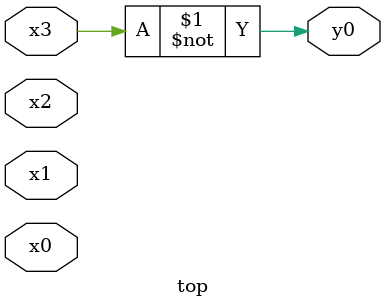
<source format=v>
module top( x0 , x1 , x2 , x3 , y0 );
  input x0 , x1 , x2 , x3 ;
  output y0 ;
  assign y0 = ~x3 ;
endmodule

</source>
